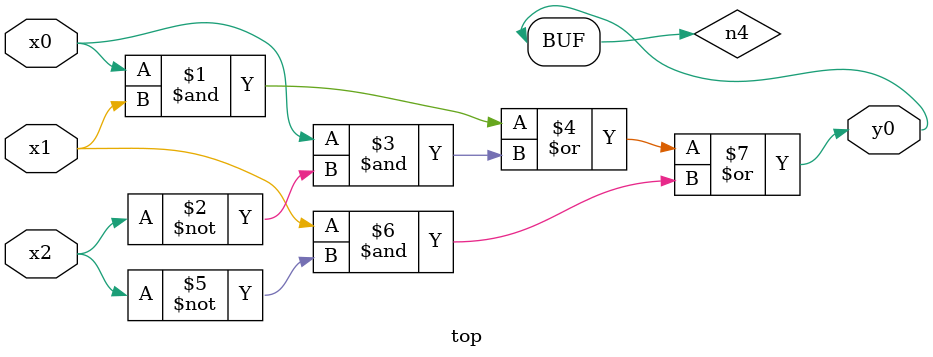
<source format=v>
module top(x0, x1, x2, y0);
  input x0, x1, x2;
  output y0;
  wire n4;
  assign n4 = (x0 & x1) | (x0 & ~x2) | (x1 & ~x2);
  assign y0 = n4;
endmodule

</source>
